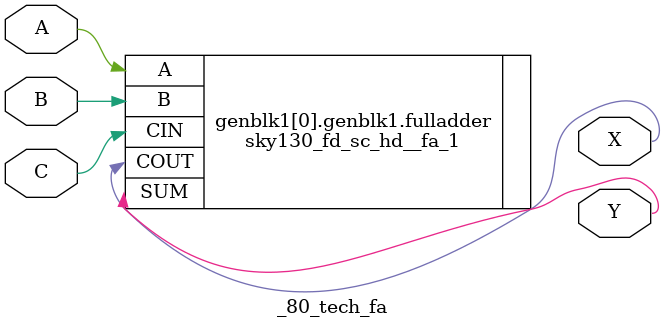
<source format=v>

(* techmap_celltype = "$fa" *)
module _80_tech_fa (A, B, C, X, Y);
  parameter WIDTH = 1;
  (* force_downto *)
    input [WIDTH-1 : 0] A, B, C;
  (* force_downto *)
    output [WIDTH-1 : 0] X, Y;
  
  parameter _TECHMAP_CONSTVAL_A_ = WIDTH'bx;
  parameter _TECHMAP_CONSTVAL_B_ = WIDTH'bx;
  parameter _TECHMAP_CONSTVAL_C_ = WIDTH'bx;
  
  genvar i;
  generate for (i = 0; i < WIDTH; i = i + 1) begin
      if (_TECHMAP_CONSTVAL_A_[i] === 1'b0 || _TECHMAP_CONSTVAL_B_[i] === 1'b0 || _TECHMAP_CONSTVAL_C_[i] === 1'b0) begin
        if (_TECHMAP_CONSTVAL_C_[i] === 1'b0) begin
          sky130_fd_sc_hd__ha_1 halfadder_Cconst (
              .A(A[i]),
              .B(B[i]),
              .COUT(X[i]), .SUM(Y[i])
            );
        end 
        else begin
          if (_TECHMAP_CONSTVAL_B_[i] === 1'b0) begin
            sky130_fd_sc_hd__ha_1 halfadder_Bconst (
                .A(A[i]),
                .B(C[i]),
                .COUT(X[i]), .SUM(Y[i])
              );
          end
          else begin
            sky130_fd_sc_hd__ha_1 halfadder_Aconst (
                .A(B[i]),
                .B(C[i]),
                .COUT(X[i]), .SUM(Y[i])
              );
          end
        end
      end
      else begin
        sky130_fd_sc_hd__fa_1 fulladder (
            .A(A[i]), .B(B[i]), .CIN(C[i]), .COUT(X[i]), .SUM(Y[i])
          );
      end
    end endgenerate

endmodule

</source>
